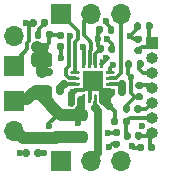
<source format=gtl>
%TF.GenerationSoftware,KiCad,Pcbnew,(5.1.6-0-10_14)*%
%TF.CreationDate,2020-12-19T22:37:24+01:00*%
%TF.ProjectId,ESCv2,45534376-322e-46b6-9963-61645f706362,v0.1*%
%TF.SameCoordinates,Original*%
%TF.FileFunction,Copper,L1,Top*%
%TF.FilePolarity,Positive*%
%FSLAX46Y46*%
G04 Gerber Fmt 4.6, Leading zero omitted, Abs format (unit mm)*
G04 Created by KiCad (PCBNEW (5.1.6-0-10_14)) date 2020-12-19 22:37:24*
%MOMM*%
%LPD*%
G01*
G04 APERTURE LIST*
%TA.AperFunction,ComponentPad*%
%ADD10O,1.700000X1.700000*%
%TD*%
%TA.AperFunction,ComponentPad*%
%ADD11R,1.700000X1.700000*%
%TD*%
%TA.AperFunction,ComponentPad*%
%ADD12O,1.000000X1.000000*%
%TD*%
%TA.AperFunction,ComponentPad*%
%ADD13R,1.000000X1.000000*%
%TD*%
%TA.AperFunction,SMDPad,CuDef*%
%ADD14R,1.800000X1.800000*%
%TD*%
%TA.AperFunction,ViaPad*%
%ADD15C,0.600000*%
%TD*%
%TA.AperFunction,Conductor*%
%ADD16C,1.000000*%
%TD*%
%TA.AperFunction,Conductor*%
%ADD17C,0.700000*%
%TD*%
%TA.AperFunction,Conductor*%
%ADD18C,0.300000*%
%TD*%
%TA.AperFunction,Conductor*%
%ADD19C,0.600000*%
%TD*%
G04 APERTURE END LIST*
%TO.P,D1,2*%
%TO.N,VDD*%
%TA.AperFunction,SMDPad,CuDef*%
G36*
G01*
X71910000Y-30627500D02*
X71910000Y-30972500D01*
G75*
G02*
X71762500Y-31120000I-147500J0D01*
G01*
X71467500Y-31120000D01*
G75*
G02*
X71320000Y-30972500I0J147500D01*
G01*
X71320000Y-30627500D01*
G75*
G02*
X71467500Y-30480000I147500J0D01*
G01*
X71762500Y-30480000D01*
G75*
G02*
X71910000Y-30627500I0J-147500D01*
G01*
G37*
%TD.AperFunction*%
%TO.P,D1,1*%
%TO.N,Net-(D1-Pad1)*%
%TA.AperFunction,SMDPad,CuDef*%
G36*
G01*
X72880000Y-30627500D02*
X72880000Y-30972500D01*
G75*
G02*
X72732500Y-31120000I-147500J0D01*
G01*
X72437500Y-31120000D01*
G75*
G02*
X72290000Y-30972500I0J147500D01*
G01*
X72290000Y-30627500D01*
G75*
G02*
X72437500Y-30480000I147500J0D01*
G01*
X72732500Y-30480000D01*
G75*
G02*
X72880000Y-30627500I0J-147500D01*
G01*
G37*
%TD.AperFunction*%
%TD*%
%TO.P,D2,2*%
%TO.N,VS*%
%TA.AperFunction,SMDPad,CuDef*%
G36*
G01*
X71710000Y-41982500D02*
X71710000Y-41637500D01*
G75*
G02*
X71857500Y-41490000I147500J0D01*
G01*
X72152500Y-41490000D01*
G75*
G02*
X72300000Y-41637500I0J-147500D01*
G01*
X72300000Y-41982500D01*
G75*
G02*
X72152500Y-42130000I-147500J0D01*
G01*
X71857500Y-42130000D01*
G75*
G02*
X71710000Y-41982500I0J147500D01*
G01*
G37*
%TD.AperFunction*%
%TO.P,D2,1*%
%TO.N,Net-(D2-Pad1)*%
%TA.AperFunction,SMDPad,CuDef*%
G36*
G01*
X70740000Y-41982500D02*
X70740000Y-41637500D01*
G75*
G02*
X70887500Y-41490000I147500J0D01*
G01*
X71182500Y-41490000D01*
G75*
G02*
X71330000Y-41637500I0J-147500D01*
G01*
X71330000Y-41982500D01*
G75*
G02*
X71182500Y-42130000I-147500J0D01*
G01*
X70887500Y-42130000D01*
G75*
G02*
X70740000Y-41982500I0J147500D01*
G01*
G37*
%TD.AperFunction*%
%TD*%
D10*
%TO.P,Motor1,3*%
%TO.N,MOTOR3*%
X79040000Y-42480000D03*
%TO.P,Motor1,2*%
%TO.N,MOTOR2*%
X76500000Y-42480000D03*
D11*
%TO.P,Motor1,1*%
%TO.N,MOTOR1*%
X73960000Y-42480000D03*
%TD*%
D12*
%TO.P,J3,7*%
%TO.N,EN*%
X81690000Y-40090000D03*
%TO.P,J3,6*%
%TO.N,EN_FLT*%
X81690000Y-38820000D03*
%TO.P,J3,5*%
%TO.N,ENW*%
X81690000Y-37550000D03*
%TO.P,J3,4*%
%TO.N,ENV*%
X81690000Y-36280000D03*
%TO.P,J3,3*%
%TO.N,ENU*%
X81690000Y-35010000D03*
%TO.P,J3,2*%
%TO.N,STBY_RST*%
X81690000Y-33740000D03*
D13*
%TO.P,J3,1*%
%TO.N,VBATOUT*%
X81690000Y-32470000D03*
%TD*%
D10*
%TO.P,J1,2*%
%TO.N,GNDPWR*%
X70000000Y-39920000D03*
D11*
%TO.P,J1,1*%
%TO.N,VS*%
X70000000Y-37380000D03*
%TD*%
D10*
%TO.P,J5,2*%
%TO.N,GNDPWR*%
X70000000Y-31920000D03*
D11*
%TO.P,J5,1*%
%TO.N,VDD*%
X70000000Y-34460000D03*
%TD*%
D10*
%TO.P,J2,3*%
%TO.N,INW*%
X79040000Y-30030000D03*
%TO.P,J2,2*%
%TO.N,INV*%
X76500000Y-30030000D03*
D11*
%TO.P,J2,1*%
%TO.N,INU*%
X73960000Y-30030000D03*
%TD*%
D14*
%TO.P,U1,17*%
%TO.N,GNDPWR*%
X76640000Y-35750000D03*
%TO.P,U1,16*%
%TO.N,ENV*%
%TA.AperFunction,SMDPad,CuDef*%
G36*
G01*
X75765000Y-34587500D02*
X75765000Y-33937500D01*
G75*
G02*
X75827500Y-33875000I62500J0D01*
G01*
X75952500Y-33875000D01*
G75*
G02*
X76015000Y-33937500I0J-62500D01*
G01*
X76015000Y-34587500D01*
G75*
G02*
X75952500Y-34650000I-62500J0D01*
G01*
X75827500Y-34650000D01*
G75*
G02*
X75765000Y-34587500I0J62500D01*
G01*
G37*
%TD.AperFunction*%
%TO.P,U1,15*%
%TO.N,INV*%
%TA.AperFunction,SMDPad,CuDef*%
G36*
G01*
X76265000Y-34587500D02*
X76265000Y-33937500D01*
G75*
G02*
X76327500Y-33875000I62500J0D01*
G01*
X76452500Y-33875000D01*
G75*
G02*
X76515000Y-33937500I0J-62500D01*
G01*
X76515000Y-34587500D01*
G75*
G02*
X76452500Y-34650000I-62500J0D01*
G01*
X76327500Y-34650000D01*
G75*
G02*
X76265000Y-34587500I0J62500D01*
G01*
G37*
%TD.AperFunction*%
%TO.P,U1,14*%
%TO.N,STBY_RST*%
%TA.AperFunction,SMDPad,CuDef*%
G36*
G01*
X76765000Y-34587500D02*
X76765000Y-33937500D01*
G75*
G02*
X76827500Y-33875000I62500J0D01*
G01*
X76952500Y-33875000D01*
G75*
G02*
X77015000Y-33937500I0J-62500D01*
G01*
X77015000Y-34587500D01*
G75*
G02*
X76952500Y-34650000I-62500J0D01*
G01*
X76827500Y-34650000D01*
G75*
G02*
X76765000Y-34587500I0J62500D01*
G01*
G37*
%TD.AperFunction*%
%TO.P,U1,13*%
%TO.N,EN_FLT*%
%TA.AperFunction,SMDPad,CuDef*%
G36*
G01*
X77265000Y-34587500D02*
X77265000Y-33937500D01*
G75*
G02*
X77327500Y-33875000I62500J0D01*
G01*
X77452500Y-33875000D01*
G75*
G02*
X77515000Y-33937500I0J-62500D01*
G01*
X77515000Y-34587500D01*
G75*
G02*
X77452500Y-34650000I-62500J0D01*
G01*
X77327500Y-34650000D01*
G75*
G02*
X77265000Y-34587500I0J62500D01*
G01*
G37*
%TD.AperFunction*%
%TO.P,U1,12*%
%TO.N,ENW*%
%TA.AperFunction,SMDPad,CuDef*%
G36*
G01*
X77740000Y-35062500D02*
X77740000Y-34937500D01*
G75*
G02*
X77802500Y-34875000I62500J0D01*
G01*
X78452500Y-34875000D01*
G75*
G02*
X78515000Y-34937500I0J-62500D01*
G01*
X78515000Y-35062500D01*
G75*
G02*
X78452500Y-35125000I-62500J0D01*
G01*
X77802500Y-35125000D01*
G75*
G02*
X77740000Y-35062500I0J62500D01*
G01*
G37*
%TD.AperFunction*%
%TO.P,U1,11*%
%TO.N,INW*%
%TA.AperFunction,SMDPad,CuDef*%
G36*
G01*
X77740000Y-35562500D02*
X77740000Y-35437500D01*
G75*
G02*
X77802500Y-35375000I62500J0D01*
G01*
X78452500Y-35375000D01*
G75*
G02*
X78515000Y-35437500I0J-62500D01*
G01*
X78515000Y-35562500D01*
G75*
G02*
X78452500Y-35625000I-62500J0D01*
G01*
X77802500Y-35625000D01*
G75*
G02*
X77740000Y-35562500I0J62500D01*
G01*
G37*
%TD.AperFunction*%
%TO.P,U1,10*%
%TO.N,MOTOR3*%
%TA.AperFunction,SMDPad,CuDef*%
G36*
G01*
X77740000Y-36062500D02*
X77740000Y-35937500D01*
G75*
G02*
X77802500Y-35875000I62500J0D01*
G01*
X78452500Y-35875000D01*
G75*
G02*
X78515000Y-35937500I0J-62500D01*
G01*
X78515000Y-36062500D01*
G75*
G02*
X78452500Y-36125000I-62500J0D01*
G01*
X77802500Y-36125000D01*
G75*
G02*
X77740000Y-36062500I0J62500D01*
G01*
G37*
%TD.AperFunction*%
%TO.P,U1,9*%
%TO.N,GNDPWR*%
%TA.AperFunction,SMDPad,CuDef*%
G36*
G01*
X77740000Y-36562500D02*
X77740000Y-36437500D01*
G75*
G02*
X77802500Y-36375000I62500J0D01*
G01*
X78452500Y-36375000D01*
G75*
G02*
X78515000Y-36437500I0J-62500D01*
G01*
X78515000Y-36562500D01*
G75*
G02*
X78452500Y-36625000I-62500J0D01*
G01*
X77802500Y-36625000D01*
G75*
G02*
X77740000Y-36562500I0J62500D01*
G01*
G37*
%TD.AperFunction*%
%TO.P,U1,8*%
%TA.AperFunction,SMDPad,CuDef*%
G36*
G01*
X77265000Y-37562500D02*
X77265000Y-36912500D01*
G75*
G02*
X77327500Y-36850000I62500J0D01*
G01*
X77452500Y-36850000D01*
G75*
G02*
X77515000Y-36912500I0J-62500D01*
G01*
X77515000Y-37562500D01*
G75*
G02*
X77452500Y-37625000I-62500J0D01*
G01*
X77327500Y-37625000D01*
G75*
G02*
X77265000Y-37562500I0J62500D01*
G01*
G37*
%TD.AperFunction*%
%TO.P,U1,7*%
%TO.N,MOTOR2*%
%TA.AperFunction,SMDPad,CuDef*%
G36*
G01*
X76765000Y-37562500D02*
X76765000Y-36912500D01*
G75*
G02*
X76827500Y-36850000I62500J0D01*
G01*
X76952500Y-36850000D01*
G75*
G02*
X77015000Y-36912500I0J-62500D01*
G01*
X77015000Y-37562500D01*
G75*
G02*
X76952500Y-37625000I-62500J0D01*
G01*
X76827500Y-37625000D01*
G75*
G02*
X76765000Y-37562500I0J62500D01*
G01*
G37*
%TD.AperFunction*%
%TO.P,U1,6*%
%TO.N,GNDPWR*%
%TA.AperFunction,SMDPad,CuDef*%
G36*
G01*
X76265000Y-37562500D02*
X76265000Y-36912500D01*
G75*
G02*
X76327500Y-36850000I62500J0D01*
G01*
X76452500Y-36850000D01*
G75*
G02*
X76515000Y-36912500I0J-62500D01*
G01*
X76515000Y-37562500D01*
G75*
G02*
X76452500Y-37625000I-62500J0D01*
G01*
X76327500Y-37625000D01*
G75*
G02*
X76265000Y-37562500I0J62500D01*
G01*
G37*
%TD.AperFunction*%
%TO.P,U1,5*%
%TO.N,VS*%
%TA.AperFunction,SMDPad,CuDef*%
G36*
G01*
X75765000Y-37562500D02*
X75765000Y-36912500D01*
G75*
G02*
X75827500Y-36850000I62500J0D01*
G01*
X75952500Y-36850000D01*
G75*
G02*
X76015000Y-36912500I0J-62500D01*
G01*
X76015000Y-37562500D01*
G75*
G02*
X75952500Y-37625000I-62500J0D01*
G01*
X75827500Y-37625000D01*
G75*
G02*
X75765000Y-37562500I0J62500D01*
G01*
G37*
%TD.AperFunction*%
%TO.P,U1,4*%
%TO.N,GNDPWR*%
%TA.AperFunction,SMDPad,CuDef*%
G36*
G01*
X74765000Y-36562500D02*
X74765000Y-36437500D01*
G75*
G02*
X74827500Y-36375000I62500J0D01*
G01*
X75477500Y-36375000D01*
G75*
G02*
X75540000Y-36437500I0J-62500D01*
G01*
X75540000Y-36562500D01*
G75*
G02*
X75477500Y-36625000I-62500J0D01*
G01*
X74827500Y-36625000D01*
G75*
G02*
X74765000Y-36562500I0J62500D01*
G01*
G37*
%TD.AperFunction*%
%TO.P,U1,3*%
%TO.N,MOTOR1*%
%TA.AperFunction,SMDPad,CuDef*%
G36*
G01*
X74765000Y-36062500D02*
X74765000Y-35937500D01*
G75*
G02*
X74827500Y-35875000I62500J0D01*
G01*
X75477500Y-35875000D01*
G75*
G02*
X75540000Y-35937500I0J-62500D01*
G01*
X75540000Y-36062500D01*
G75*
G02*
X75477500Y-36125000I-62500J0D01*
G01*
X74827500Y-36125000D01*
G75*
G02*
X74765000Y-36062500I0J62500D01*
G01*
G37*
%TD.AperFunction*%
%TO.P,U1,2*%
%TO.N,ENU*%
%TA.AperFunction,SMDPad,CuDef*%
G36*
G01*
X74765000Y-35562500D02*
X74765000Y-35437500D01*
G75*
G02*
X74827500Y-35375000I62500J0D01*
G01*
X75477500Y-35375000D01*
G75*
G02*
X75540000Y-35437500I0J-62500D01*
G01*
X75540000Y-35562500D01*
G75*
G02*
X75477500Y-35625000I-62500J0D01*
G01*
X74827500Y-35625000D01*
G75*
G02*
X74765000Y-35562500I0J62500D01*
G01*
G37*
%TD.AperFunction*%
%TO.P,U1,1*%
%TO.N,INU*%
%TA.AperFunction,SMDPad,CuDef*%
G36*
G01*
X74765000Y-35062500D02*
X74765000Y-34937500D01*
G75*
G02*
X74827500Y-34875000I62500J0D01*
G01*
X75477500Y-34875000D01*
G75*
G02*
X75540000Y-34937500I0J-62500D01*
G01*
X75540000Y-35062500D01*
G75*
G02*
X75477500Y-35125000I-62500J0D01*
G01*
X74827500Y-35125000D01*
G75*
G02*
X74765000Y-35062500I0J62500D01*
G01*
G37*
%TD.AperFunction*%
%TD*%
%TO.P,R12,2*%
%TO.N,VBATOUT*%
%TA.AperFunction,SMDPad,CuDef*%
G36*
G01*
X80327500Y-32850000D02*
X80672500Y-32850000D01*
G75*
G02*
X80820000Y-32997500I0J-147500D01*
G01*
X80820000Y-33292500D01*
G75*
G02*
X80672500Y-33440000I-147500J0D01*
G01*
X80327500Y-33440000D01*
G75*
G02*
X80180000Y-33292500I0J147500D01*
G01*
X80180000Y-32997500D01*
G75*
G02*
X80327500Y-32850000I147500J0D01*
G01*
G37*
%TD.AperFunction*%
%TO.P,R12,1*%
%TO.N,GNDPWR*%
%TA.AperFunction,SMDPad,CuDef*%
G36*
G01*
X80327500Y-31880000D02*
X80672500Y-31880000D01*
G75*
G02*
X80820000Y-32027500I0J-147500D01*
G01*
X80820000Y-32322500D01*
G75*
G02*
X80672500Y-32470000I-147500J0D01*
G01*
X80327500Y-32470000D01*
G75*
G02*
X80180000Y-32322500I0J147500D01*
G01*
X80180000Y-32027500D01*
G75*
G02*
X80327500Y-31880000I147500J0D01*
G01*
G37*
%TD.AperFunction*%
%TD*%
%TO.P,R11,2*%
%TO.N,VS*%
%TA.AperFunction,SMDPad,CuDef*%
G36*
G01*
X78812500Y-40390000D02*
X78467500Y-40390000D01*
G75*
G02*
X78320000Y-40242500I0J147500D01*
G01*
X78320000Y-39947500D01*
G75*
G02*
X78467500Y-39800000I147500J0D01*
G01*
X78812500Y-39800000D01*
G75*
G02*
X78960000Y-39947500I0J-147500D01*
G01*
X78960000Y-40242500D01*
G75*
G02*
X78812500Y-40390000I-147500J0D01*
G01*
G37*
%TD.AperFunction*%
%TO.P,R11,1*%
%TO.N,VBATOUT*%
%TA.AperFunction,SMDPad,CuDef*%
G36*
G01*
X78812500Y-41360000D02*
X78467500Y-41360000D01*
G75*
G02*
X78320000Y-41212500I0J147500D01*
G01*
X78320000Y-40917500D01*
G75*
G02*
X78467500Y-40770000I147500J0D01*
G01*
X78812500Y-40770000D01*
G75*
G02*
X78960000Y-40917500I0J-147500D01*
G01*
X78960000Y-41212500D01*
G75*
G02*
X78812500Y-41360000I-147500J0D01*
G01*
G37*
%TD.AperFunction*%
%TD*%
%TO.P,R8,2*%
%TO.N,VDD*%
%TA.AperFunction,SMDPad,CuDef*%
G36*
G01*
X80980000Y-41187500D02*
X80980000Y-41532500D01*
G75*
G02*
X80832500Y-41680000I-147500J0D01*
G01*
X80537500Y-41680000D01*
G75*
G02*
X80390000Y-41532500I0J147500D01*
G01*
X80390000Y-41187500D01*
G75*
G02*
X80537500Y-41040000I147500J0D01*
G01*
X80832500Y-41040000D01*
G75*
G02*
X80980000Y-41187500I0J-147500D01*
G01*
G37*
%TD.AperFunction*%
%TO.P,R8,1*%
%TO.N,EN*%
%TA.AperFunction,SMDPad,CuDef*%
G36*
G01*
X81950000Y-41187500D02*
X81950000Y-41532500D01*
G75*
G02*
X81802500Y-41680000I-147500J0D01*
G01*
X81507500Y-41680000D01*
G75*
G02*
X81360000Y-41532500I0J147500D01*
G01*
X81360000Y-41187500D01*
G75*
G02*
X81507500Y-41040000I147500J0D01*
G01*
X81802500Y-41040000D01*
G75*
G02*
X81950000Y-41187500I0J-147500D01*
G01*
G37*
%TD.AperFunction*%
%TD*%
%TO.P,R7,2*%
%TO.N,Net-(D2-Pad1)*%
%TA.AperFunction,SMDPad,CuDef*%
G36*
G01*
X73757500Y-32540000D02*
X74102500Y-32540000D01*
G75*
G02*
X74250000Y-32687500I0J-147500D01*
G01*
X74250000Y-32982500D01*
G75*
G02*
X74102500Y-33130000I-147500J0D01*
G01*
X73757500Y-33130000D01*
G75*
G02*
X73610000Y-32982500I0J147500D01*
G01*
X73610000Y-32687500D01*
G75*
G02*
X73757500Y-32540000I147500J0D01*
G01*
G37*
%TD.AperFunction*%
%TO.P,R7,1*%
%TO.N,GNDPWR*%
%TA.AperFunction,SMDPad,CuDef*%
G36*
G01*
X73757500Y-31570000D02*
X74102500Y-31570000D01*
G75*
G02*
X74250000Y-31717500I0J-147500D01*
G01*
X74250000Y-32012500D01*
G75*
G02*
X74102500Y-32160000I-147500J0D01*
G01*
X73757500Y-32160000D01*
G75*
G02*
X73610000Y-32012500I0J147500D01*
G01*
X73610000Y-31717500D01*
G75*
G02*
X73757500Y-31570000I147500J0D01*
G01*
G37*
%TD.AperFunction*%
%TD*%
%TO.P,R6,2*%
%TO.N,Net-(D1-Pad1)*%
%TA.AperFunction,SMDPad,CuDef*%
G36*
G01*
X72320000Y-31647500D02*
X72320000Y-31992500D01*
G75*
G02*
X72172500Y-32140000I-147500J0D01*
G01*
X71877500Y-32140000D01*
G75*
G02*
X71730000Y-31992500I0J147500D01*
G01*
X71730000Y-31647500D01*
G75*
G02*
X71877500Y-31500000I147500J0D01*
G01*
X72172500Y-31500000D01*
G75*
G02*
X72320000Y-31647500I0J-147500D01*
G01*
G37*
%TD.AperFunction*%
%TO.P,R6,1*%
%TO.N,GNDPWR*%
%TA.AperFunction,SMDPad,CuDef*%
G36*
G01*
X73290000Y-31647500D02*
X73290000Y-31992500D01*
G75*
G02*
X73142500Y-32140000I-147500J0D01*
G01*
X72847500Y-32140000D01*
G75*
G02*
X72700000Y-31992500I0J147500D01*
G01*
X72700000Y-31647500D01*
G75*
G02*
X72847500Y-31500000I147500J0D01*
G01*
X73142500Y-31500000D01*
G75*
G02*
X73290000Y-31647500I0J-147500D01*
G01*
G37*
%TD.AperFunction*%
%TD*%
%TO.P,R5,2*%
%TO.N,ENU*%
%TA.AperFunction,SMDPad,CuDef*%
G36*
G01*
X80380000Y-34482500D02*
X80380000Y-34137500D01*
G75*
G02*
X80527500Y-33990000I147500J0D01*
G01*
X80822500Y-33990000D01*
G75*
G02*
X80970000Y-34137500I0J-147500D01*
G01*
X80970000Y-34482500D01*
G75*
G02*
X80822500Y-34630000I-147500J0D01*
G01*
X80527500Y-34630000D01*
G75*
G02*
X80380000Y-34482500I0J147500D01*
G01*
G37*
%TD.AperFunction*%
%TO.P,R5,1*%
%TO.N,VDD*%
%TA.AperFunction,SMDPad,CuDef*%
G36*
G01*
X79410000Y-34482500D02*
X79410000Y-34137500D01*
G75*
G02*
X79557500Y-33990000I147500J0D01*
G01*
X79852500Y-33990000D01*
G75*
G02*
X80000000Y-34137500I0J-147500D01*
G01*
X80000000Y-34482500D01*
G75*
G02*
X79852500Y-34630000I-147500J0D01*
G01*
X79557500Y-34630000D01*
G75*
G02*
X79410000Y-34482500I0J147500D01*
G01*
G37*
%TD.AperFunction*%
%TD*%
%TO.P,R4,2*%
%TO.N,ENV*%
%TA.AperFunction,SMDPad,CuDef*%
G36*
G01*
X80752500Y-36400000D02*
X80407500Y-36400000D01*
G75*
G02*
X80260000Y-36252500I0J147500D01*
G01*
X80260000Y-35957500D01*
G75*
G02*
X80407500Y-35810000I147500J0D01*
G01*
X80752500Y-35810000D01*
G75*
G02*
X80900000Y-35957500I0J-147500D01*
G01*
X80900000Y-36252500D01*
G75*
G02*
X80752500Y-36400000I-147500J0D01*
G01*
G37*
%TD.AperFunction*%
%TO.P,R4,1*%
%TO.N,VDD*%
%TA.AperFunction,SMDPad,CuDef*%
G36*
G01*
X80752500Y-37370000D02*
X80407500Y-37370000D01*
G75*
G02*
X80260000Y-37222500I0J147500D01*
G01*
X80260000Y-36927500D01*
G75*
G02*
X80407500Y-36780000I147500J0D01*
G01*
X80752500Y-36780000D01*
G75*
G02*
X80900000Y-36927500I0J-147500D01*
G01*
X80900000Y-37222500D01*
G75*
G02*
X80752500Y-37370000I-147500J0D01*
G01*
G37*
%TD.AperFunction*%
%TD*%
%TO.P,R3,2*%
%TO.N,ENW*%
%TA.AperFunction,SMDPad,CuDef*%
G36*
G01*
X80190000Y-38252500D02*
X80190000Y-37907500D01*
G75*
G02*
X80337500Y-37760000I147500J0D01*
G01*
X80632500Y-37760000D01*
G75*
G02*
X80780000Y-37907500I0J-147500D01*
G01*
X80780000Y-38252500D01*
G75*
G02*
X80632500Y-38400000I-147500J0D01*
G01*
X80337500Y-38400000D01*
G75*
G02*
X80190000Y-38252500I0J147500D01*
G01*
G37*
%TD.AperFunction*%
%TO.P,R3,1*%
%TO.N,VDD*%
%TA.AperFunction,SMDPad,CuDef*%
G36*
G01*
X79220000Y-38252500D02*
X79220000Y-37907500D01*
G75*
G02*
X79367500Y-37760000I147500J0D01*
G01*
X79662500Y-37760000D01*
G75*
G02*
X79810000Y-37907500I0J-147500D01*
G01*
X79810000Y-38252500D01*
G75*
G02*
X79662500Y-38400000I-147500J0D01*
G01*
X79367500Y-38400000D01*
G75*
G02*
X79220000Y-38252500I0J147500D01*
G01*
G37*
%TD.AperFunction*%
%TD*%
%TO.P,R2,2*%
%TO.N,VDD*%
%TA.AperFunction,SMDPad,CuDef*%
G36*
G01*
X77910000Y-31562500D02*
X77910000Y-31217500D01*
G75*
G02*
X78057500Y-31070000I147500J0D01*
G01*
X78352500Y-31070000D01*
G75*
G02*
X78500000Y-31217500I0J-147500D01*
G01*
X78500000Y-31562500D01*
G75*
G02*
X78352500Y-31710000I-147500J0D01*
G01*
X78057500Y-31710000D01*
G75*
G02*
X77910000Y-31562500I0J147500D01*
G01*
G37*
%TD.AperFunction*%
%TO.P,R2,1*%
%TO.N,STBY_RST*%
%TA.AperFunction,SMDPad,CuDef*%
G36*
G01*
X76940000Y-31562500D02*
X76940000Y-31217500D01*
G75*
G02*
X77087500Y-31070000I147500J0D01*
G01*
X77382500Y-31070000D01*
G75*
G02*
X77530000Y-31217500I0J-147500D01*
G01*
X77530000Y-31562500D01*
G75*
G02*
X77382500Y-31710000I-147500J0D01*
G01*
X77087500Y-31710000D01*
G75*
G02*
X76940000Y-31562500I0J147500D01*
G01*
G37*
%TD.AperFunction*%
%TD*%
%TO.P,R1,2*%
%TO.N,EN*%
%TA.AperFunction,SMDPad,CuDef*%
G36*
G01*
X80250000Y-40532500D02*
X80250000Y-40187500D01*
G75*
G02*
X80397500Y-40040000I147500J0D01*
G01*
X80692500Y-40040000D01*
G75*
G02*
X80840000Y-40187500I0J-147500D01*
G01*
X80840000Y-40532500D01*
G75*
G02*
X80692500Y-40680000I-147500J0D01*
G01*
X80397500Y-40680000D01*
G75*
G02*
X80250000Y-40532500I0J147500D01*
G01*
G37*
%TD.AperFunction*%
%TO.P,R1,1*%
%TO.N,EN_FLT*%
%TA.AperFunction,SMDPad,CuDef*%
G36*
G01*
X79280000Y-40532500D02*
X79280000Y-40187500D01*
G75*
G02*
X79427500Y-40040000I147500J0D01*
G01*
X79722500Y-40040000D01*
G75*
G02*
X79870000Y-40187500I0J-147500D01*
G01*
X79870000Y-40532500D01*
G75*
G02*
X79722500Y-40680000I-147500J0D01*
G01*
X79427500Y-40680000D01*
G75*
G02*
X79280000Y-40532500I0J147500D01*
G01*
G37*
%TD.AperFunction*%
%TD*%
%TO.P,C13,2*%
%TO.N,GNDPWR*%
%TA.AperFunction,SMDPad,CuDef*%
G36*
G01*
X80760000Y-30917500D02*
X80760000Y-31262500D01*
G75*
G02*
X80612500Y-31410000I-147500J0D01*
G01*
X80317500Y-31410000D01*
G75*
G02*
X80170000Y-31262500I0J147500D01*
G01*
X80170000Y-30917500D01*
G75*
G02*
X80317500Y-30770000I147500J0D01*
G01*
X80612500Y-30770000D01*
G75*
G02*
X80760000Y-30917500I0J-147500D01*
G01*
G37*
%TD.AperFunction*%
%TO.P,C13,1*%
%TO.N,VBATOUT*%
%TA.AperFunction,SMDPad,CuDef*%
G36*
G01*
X81730000Y-30917500D02*
X81730000Y-31262500D01*
G75*
G02*
X81582500Y-31410000I-147500J0D01*
G01*
X81287500Y-31410000D01*
G75*
G02*
X81140000Y-31262500I0J147500D01*
G01*
X81140000Y-30917500D01*
G75*
G02*
X81287500Y-30770000I147500J0D01*
G01*
X81582500Y-30770000D01*
G75*
G02*
X81730000Y-30917500I0J-147500D01*
G01*
G37*
%TD.AperFunction*%
%TD*%
%TO.P,C4,2*%
%TO.N,GNDPWR*%
%TA.AperFunction,SMDPad,CuDef*%
G36*
G01*
X72965000Y-34555000D02*
X71715000Y-34555000D01*
G75*
G02*
X71465000Y-34305000I0J250000D01*
G01*
X71465000Y-33555000D01*
G75*
G02*
X71715000Y-33305000I250000J0D01*
G01*
X72965000Y-33305000D01*
G75*
G02*
X73215000Y-33555000I0J-250000D01*
G01*
X73215000Y-34305000D01*
G75*
G02*
X72965000Y-34555000I-250000J0D01*
G01*
G37*
%TD.AperFunction*%
%TO.P,C4,1*%
%TO.N,VS*%
%TA.AperFunction,SMDPad,CuDef*%
G36*
G01*
X72965000Y-37355000D02*
X71715000Y-37355000D01*
G75*
G02*
X71465000Y-37105000I0J250000D01*
G01*
X71465000Y-36355000D01*
G75*
G02*
X71715000Y-36105000I250000J0D01*
G01*
X72965000Y-36105000D01*
G75*
G02*
X73215000Y-36355000I0J-250000D01*
G01*
X73215000Y-37105000D01*
G75*
G02*
X72965000Y-37355000I-250000J0D01*
G01*
G37*
%TD.AperFunction*%
%TD*%
%TO.P,C3,2*%
%TO.N,GNDPWR*%
%TA.AperFunction,SMDPad,CuDef*%
G36*
G01*
X75063750Y-40000000D02*
X75976250Y-40000000D01*
G75*
G02*
X76220000Y-40243750I0J-243750D01*
G01*
X76220000Y-40731250D01*
G75*
G02*
X75976250Y-40975000I-243750J0D01*
G01*
X75063750Y-40975000D01*
G75*
G02*
X74820000Y-40731250I0J243750D01*
G01*
X74820000Y-40243750D01*
G75*
G02*
X75063750Y-40000000I243750J0D01*
G01*
G37*
%TD.AperFunction*%
%TO.P,C3,1*%
%TO.N,VS*%
%TA.AperFunction,SMDPad,CuDef*%
G36*
G01*
X75063750Y-38125000D02*
X75976250Y-38125000D01*
G75*
G02*
X76220000Y-38368750I0J-243750D01*
G01*
X76220000Y-38856250D01*
G75*
G02*
X75976250Y-39100000I-243750J0D01*
G01*
X75063750Y-39100000D01*
G75*
G02*
X74820000Y-38856250I0J243750D01*
G01*
X74820000Y-38368750D01*
G75*
G02*
X75063750Y-38125000I243750J0D01*
G01*
G37*
%TD.AperFunction*%
%TD*%
%TO.P,C2,2*%
%TO.N,GNDPWR*%
%TA.AperFunction,SMDPad,CuDef*%
G36*
G01*
X77990000Y-33182500D02*
X77990000Y-32837500D01*
G75*
G02*
X78137500Y-32690000I147500J0D01*
G01*
X78432500Y-32690000D01*
G75*
G02*
X78580000Y-32837500I0J-147500D01*
G01*
X78580000Y-33182500D01*
G75*
G02*
X78432500Y-33330000I-147500J0D01*
G01*
X78137500Y-33330000D01*
G75*
G02*
X77990000Y-33182500I0J147500D01*
G01*
G37*
%TD.AperFunction*%
%TO.P,C2,1*%
%TO.N,STBY_RST*%
%TA.AperFunction,SMDPad,CuDef*%
G36*
G01*
X77020000Y-33182500D02*
X77020000Y-32837500D01*
G75*
G02*
X77167500Y-32690000I147500J0D01*
G01*
X77462500Y-32690000D01*
G75*
G02*
X77610000Y-32837500I0J-147500D01*
G01*
X77610000Y-33182500D01*
G75*
G02*
X77462500Y-33330000I-147500J0D01*
G01*
X77167500Y-33330000D01*
G75*
G02*
X77020000Y-33182500I0J147500D01*
G01*
G37*
%TD.AperFunction*%
%TD*%
%TO.P,C1,2*%
%TO.N,GNDPWR*%
%TA.AperFunction,SMDPad,CuDef*%
G36*
G01*
X78830000Y-38977500D02*
X78830000Y-39322500D01*
G75*
G02*
X78682500Y-39470000I-147500J0D01*
G01*
X78387500Y-39470000D01*
G75*
G02*
X78240000Y-39322500I0J147500D01*
G01*
X78240000Y-38977500D01*
G75*
G02*
X78387500Y-38830000I147500J0D01*
G01*
X78682500Y-38830000D01*
G75*
G02*
X78830000Y-38977500I0J-147500D01*
G01*
G37*
%TD.AperFunction*%
%TO.P,C1,1*%
%TO.N,EN_FLT*%
%TA.AperFunction,SMDPad,CuDef*%
G36*
G01*
X79800000Y-38977500D02*
X79800000Y-39322500D01*
G75*
G02*
X79652500Y-39470000I-147500J0D01*
G01*
X79357500Y-39470000D01*
G75*
G02*
X79210000Y-39322500I0J147500D01*
G01*
X79210000Y-38977500D01*
G75*
G02*
X79357500Y-38830000I147500J0D01*
G01*
X79652500Y-38830000D01*
G75*
G02*
X79800000Y-38977500I0J-147500D01*
G01*
G37*
%TD.AperFunction*%
%TD*%
D15*
%TO.N,GNDPWR*%
X76160000Y-35220000D03*
X77120000Y-35230000D03*
X76630000Y-35760000D03*
X76160000Y-36260000D03*
X77130000Y-36270000D03*
X72340000Y-34960000D03*
X71960000Y-32880000D03*
X72650000Y-32880000D03*
X72990000Y-34950000D03*
X74790000Y-37010000D03*
X74780000Y-37590000D03*
X77868645Y-37215539D03*
X78070000Y-37819998D03*
X77865193Y-32210263D03*
X79850911Y-31880011D03*
%TO.N,EN_FLT*%
X77790000Y-33780000D03*
%TO.N,STBY_RST*%
X77067375Y-32151065D03*
%TO.N,VS*%
X72540000Y-41810000D03*
X75430000Y-39300000D03*
X77990000Y-40100000D03*
X72980000Y-39512990D03*
%TO.N,VBATOUT*%
X78040000Y-41310000D03*
X80850000Y-39540000D03*
%TO.N,VDD*%
X70980000Y-30790000D03*
X80000000Y-41270000D03*
X79895373Y-35404627D03*
X77760000Y-30680000D03*
%TO.N,Net-(D2-Pad1)*%
X70525000Y-41820000D03*
X73930000Y-33759998D03*
%TO.N,ENW*%
X78360000Y-34410000D03*
%TO.N,ENV*%
X75810750Y-32817905D03*
%TO.N,ENU*%
X74759980Y-31880011D03*
%TO.N,MOTOR3*%
X79130000Y-36020000D03*
X79140000Y-36630000D03*
%TO.N,MOTOR1*%
X74190000Y-36010000D03*
X73920000Y-36570000D03*
%TD*%
D16*
%TO.N,GNDPWR*%
X72340000Y-33930000D02*
X72340000Y-34960000D01*
X72340000Y-33930000D02*
X72340000Y-33260000D01*
X72340000Y-33260000D02*
X71960000Y-32880000D01*
D17*
X72650000Y-32880000D02*
X71960000Y-32880000D01*
X72350000Y-34950000D02*
X72340000Y-34960000D01*
X72990000Y-34950000D02*
X72350000Y-34950000D01*
D18*
X76390000Y-36000000D02*
X76630000Y-35760000D01*
X76390000Y-37237500D02*
X76390000Y-36000000D01*
X75890000Y-36500000D02*
X76640000Y-35750000D01*
X75152500Y-36500000D02*
X75890000Y-36500000D01*
X77390000Y-37237500D02*
X77387500Y-37237500D01*
X77387500Y-36497500D02*
X76640000Y-35750000D01*
X77387500Y-37237500D02*
X77387500Y-36497500D01*
X77370000Y-36500000D02*
X76630000Y-35760000D01*
X78127500Y-36500000D02*
X77370000Y-36500000D01*
X75152500Y-36647500D02*
X74790000Y-37010000D01*
X75152500Y-36500000D02*
X75152500Y-36647500D01*
D19*
X74790000Y-37580000D02*
X74780000Y-37590000D01*
X74790000Y-37010000D02*
X74790000Y-37580000D01*
D18*
X72995000Y-32535000D02*
X72650000Y-32880000D01*
X72995000Y-31820000D02*
X72995000Y-32535000D01*
X73885000Y-31820000D02*
X73930000Y-31865000D01*
X72995000Y-31820000D02*
X73885000Y-31820000D01*
D17*
X78199990Y-36700010D02*
X77868645Y-37031355D01*
X77868645Y-37031355D02*
X77868645Y-37215539D01*
X77630000Y-36790000D02*
X77868645Y-37028645D01*
X77868645Y-37028645D02*
X77868645Y-37215539D01*
X77753106Y-37100000D02*
X77868645Y-37215539D01*
X77565010Y-37100000D02*
X77753106Y-37100000D01*
X77868645Y-37215539D02*
X77868645Y-37618643D01*
D18*
X78535000Y-39150000D02*
X78535000Y-38284998D01*
D17*
X77565010Y-37412510D02*
X77662512Y-37412510D01*
X77662512Y-37412510D02*
X78070000Y-37819998D01*
D18*
X78535000Y-38284998D02*
X78070000Y-37819998D01*
D17*
X77868645Y-37618643D02*
X78070000Y-37819998D01*
D19*
X74790000Y-37010000D02*
X74790000Y-36760000D01*
D18*
X78285000Y-33010000D02*
X78285000Y-32630070D01*
X78285000Y-32630070D02*
X77865193Y-32210263D01*
D19*
X74790000Y-36760000D02*
X74899990Y-36650010D01*
D18*
X80465000Y-31265922D02*
X79850911Y-31880011D01*
X80465000Y-31090000D02*
X80465000Y-31265922D01*
X80145900Y-32175000D02*
X79850911Y-31880011D01*
X80500000Y-32175000D02*
X80145900Y-32175000D01*
D16*
X73533000Y-40513000D02*
X70725010Y-40513000D01*
X73558500Y-40487500D02*
X73533000Y-40513000D01*
X75520000Y-40487500D02*
X73558500Y-40487500D01*
X70132010Y-39920000D02*
X70725010Y-40513000D01*
X70000000Y-39920000D02*
X70132010Y-39920000D01*
D18*
%TO.N,EN_FLT*%
X77427500Y-34262500D02*
X77920000Y-33770000D01*
X77390000Y-34262500D02*
X77427500Y-34262500D01*
X79505000Y-40290000D02*
X79575000Y-40360000D01*
X79505000Y-39150000D02*
X79505000Y-40290000D01*
X79835000Y-38820000D02*
X81690000Y-38820000D01*
X79505000Y-39150000D02*
X79835000Y-38820000D01*
%TO.N,STBY_RST*%
X76890000Y-33435000D02*
X76890000Y-34262500D01*
X77315000Y-33010000D02*
X76890000Y-33435000D01*
X77295000Y-32990000D02*
X77315000Y-33010000D01*
X77315000Y-33010000D02*
X77067375Y-32762375D01*
X77295000Y-31400000D02*
X77067375Y-31627625D01*
X77067375Y-31627625D02*
X77067375Y-32151065D01*
X77067375Y-32762375D02*
X77067375Y-32151065D01*
D16*
%TO.N,VS*%
X73952500Y-38612500D02*
X73820000Y-38480000D01*
X75520000Y-38612500D02*
X73952500Y-38612500D01*
X72340000Y-37000000D02*
X73820000Y-38480000D01*
X72340000Y-36730000D02*
X72340000Y-37000000D01*
D17*
X75520000Y-38612500D02*
X75520000Y-38080000D01*
X75520000Y-38080000D02*
X75650000Y-37950000D01*
X75650000Y-37950000D02*
X75650000Y-37350000D01*
D18*
X72530000Y-41800000D02*
X72540000Y-41810000D01*
X71845000Y-41800000D02*
X72530000Y-41800000D01*
X75430000Y-38702500D02*
X75520000Y-38612500D01*
X75430000Y-39300000D02*
X75430000Y-38702500D01*
X77995000Y-40095000D02*
X77990000Y-40100000D01*
X78640000Y-40095000D02*
X77995000Y-40095000D01*
D16*
X71601000Y-36730000D02*
X71120000Y-37211000D01*
X72340000Y-36730000D02*
X71601000Y-36730000D01*
X71120000Y-37211000D02*
X70725010Y-37211000D01*
D18*
X72980000Y-39320000D02*
X72980000Y-39512990D01*
X73820000Y-38480000D02*
X72980000Y-39320000D01*
%TO.N,VBATOUT*%
X81535000Y-32315000D02*
X81690000Y-32470000D01*
X78285000Y-41065000D02*
X78040000Y-41310000D01*
X78640000Y-41065000D02*
X78285000Y-41065000D01*
X81435000Y-32215000D02*
X81690000Y-32470000D01*
X81435000Y-31090000D02*
X81435000Y-32215000D01*
X80500000Y-33145000D02*
X80500000Y-33140000D01*
X80500000Y-33140000D02*
X80820000Y-32820000D01*
X81340000Y-32820000D02*
X81690000Y-32470000D01*
X80820000Y-32820000D02*
X81340000Y-32820000D01*
%TO.N,VDD*%
X79515000Y-37820000D02*
X79515000Y-38080000D01*
X80260000Y-37075000D02*
X79515000Y-37820000D01*
X80580000Y-37075000D02*
X80260000Y-37075000D01*
X80575000Y-41340000D02*
X80575000Y-41505000D01*
X80090000Y-41360000D02*
X80000000Y-41270000D01*
X80685000Y-41360000D02*
X80090000Y-41360000D01*
X71300000Y-32337906D02*
X71109992Y-32527914D01*
X71109992Y-32527914D02*
X71109992Y-33020008D01*
X71109992Y-33020008D02*
X70375010Y-33754990D01*
X79615000Y-34560000D02*
X79615000Y-35124254D01*
X79895373Y-36710373D02*
X79895373Y-35828891D01*
X79895373Y-35828891D02*
X79895373Y-35404627D01*
X79615000Y-35124254D02*
X79895373Y-35404627D01*
X80260000Y-37075000D02*
X79895373Y-36710373D01*
X78265000Y-31400000D02*
X78265000Y-31295000D01*
X78265000Y-31295000D02*
X77820000Y-30850000D01*
X71300000Y-31115000D02*
X71615000Y-30800000D01*
X71300000Y-32337906D02*
X71300000Y-31115000D01*
X71300000Y-31110000D02*
X71300000Y-31115000D01*
X70980000Y-30790000D02*
X71300000Y-31110000D01*
X71605000Y-30790000D02*
X71615000Y-30800000D01*
X70980000Y-30790000D02*
X71605000Y-30790000D01*
%TO.N,Net-(D1-Pad1)*%
X72150000Y-31288586D02*
X72150000Y-31695000D01*
X72150000Y-31695000D02*
X72025000Y-31820000D01*
X72585000Y-30853586D02*
X72150000Y-31288586D01*
X72585000Y-30800000D02*
X72585000Y-30853586D01*
%TO.N,Net-(D2-Pad1)*%
X70545000Y-41800000D02*
X70525000Y-41820000D01*
X70875000Y-41800000D02*
X70545000Y-41800000D01*
X73930000Y-32835000D02*
X73930000Y-33759998D01*
%TO.N,INW*%
X78598378Y-35500000D02*
X79040000Y-35058378D01*
X78127500Y-35500000D02*
X78598378Y-35500000D01*
X79040000Y-35058378D02*
X79040000Y-30375010D01*
%TO.N,INV*%
X76452598Y-30437608D02*
X76390000Y-30375010D01*
X76499159Y-32479159D02*
X76310000Y-32290000D01*
X76499159Y-33081440D02*
X76499159Y-32479159D01*
X76390000Y-33190599D02*
X76499159Y-33081440D01*
X76390000Y-34262500D02*
X76390000Y-33190599D01*
X76310000Y-32290000D02*
X76310000Y-32240000D01*
X76310000Y-32240000D02*
X75910000Y-31840000D01*
X75910000Y-30620000D02*
X76154990Y-30375010D01*
X75910000Y-31840000D02*
X75910000Y-30620000D01*
%TO.N,INU*%
X75159999Y-34992501D02*
X75159999Y-32442003D01*
X75409990Y-32192012D02*
X75409990Y-31479990D01*
X75152500Y-35000000D02*
X75159999Y-34992501D01*
X75409990Y-31479990D02*
X74305010Y-30375010D01*
X75159999Y-32442003D02*
X75409990Y-32192012D01*
%TO.N,EN*%
X81420000Y-40360000D02*
X81690000Y-40090000D01*
X80545000Y-40360000D02*
X81420000Y-40360000D01*
X81545000Y-40235000D02*
X81690000Y-40090000D01*
X81545000Y-41340000D02*
X81545000Y-40235000D01*
%TO.N,ENW*%
X78127500Y-34642500D02*
X78360000Y-34410000D01*
X78127500Y-35000000D02*
X78127500Y-34642500D01*
X81160000Y-38080000D02*
X81690000Y-37550000D01*
X80485000Y-38080000D02*
X81160000Y-38080000D01*
%TO.N,ENV*%
X81515000Y-36105000D02*
X81690000Y-36280000D01*
X80580000Y-36105000D02*
X81515000Y-36105000D01*
X75890000Y-34262500D02*
X75890000Y-32897155D01*
X75890000Y-32897155D02*
X75810750Y-32817905D01*
%TO.N,ENU*%
X80585000Y-34560000D02*
X80585000Y-34705000D01*
X80890000Y-35010000D02*
X81690000Y-35010000D01*
X80585000Y-34705000D02*
X80890000Y-35010000D01*
X75152500Y-35500000D02*
X74681622Y-35500000D01*
X74410002Y-35228380D02*
X74410002Y-34699998D01*
X74681622Y-35500000D02*
X74410002Y-35228380D01*
X74410002Y-34699998D02*
X74659989Y-34450011D01*
X74659989Y-34450011D02*
X74659989Y-31980002D01*
X74659989Y-31980002D02*
X74759980Y-31880011D01*
%TO.N,MOTOR3*%
X79110000Y-36000000D02*
X79130000Y-36020000D01*
X78127500Y-36000000D02*
X79110000Y-36000000D01*
D19*
X79130000Y-36020000D02*
X78997630Y-36020000D01*
D17*
X79140000Y-36040000D02*
X79110000Y-36010000D01*
X79140000Y-36630000D02*
X79140000Y-36040000D01*
%TO.N,MOTOR2*%
X77130000Y-41850000D02*
X77055010Y-41924990D01*
X77130000Y-39490000D02*
X77130000Y-41850000D01*
X77130000Y-39490000D02*
X77130000Y-38260000D01*
X77130000Y-38260000D02*
X76890000Y-38020000D01*
D18*
X77130000Y-37967463D02*
X76865000Y-37702463D01*
X76865000Y-37702463D02*
X76865000Y-37469620D01*
X77130000Y-38260000D02*
X77130000Y-37967463D01*
%TO.N,MOTOR1*%
X74200000Y-36000000D02*
X74190000Y-36010000D01*
X75152500Y-36000000D02*
X74200000Y-36000000D01*
D17*
X73920000Y-36280000D02*
X74190000Y-36010000D01*
X73920000Y-36570000D02*
X73920000Y-36280000D01*
D19*
X74190000Y-36010000D02*
X74272370Y-36010000D01*
%TD*%
M02*

</source>
